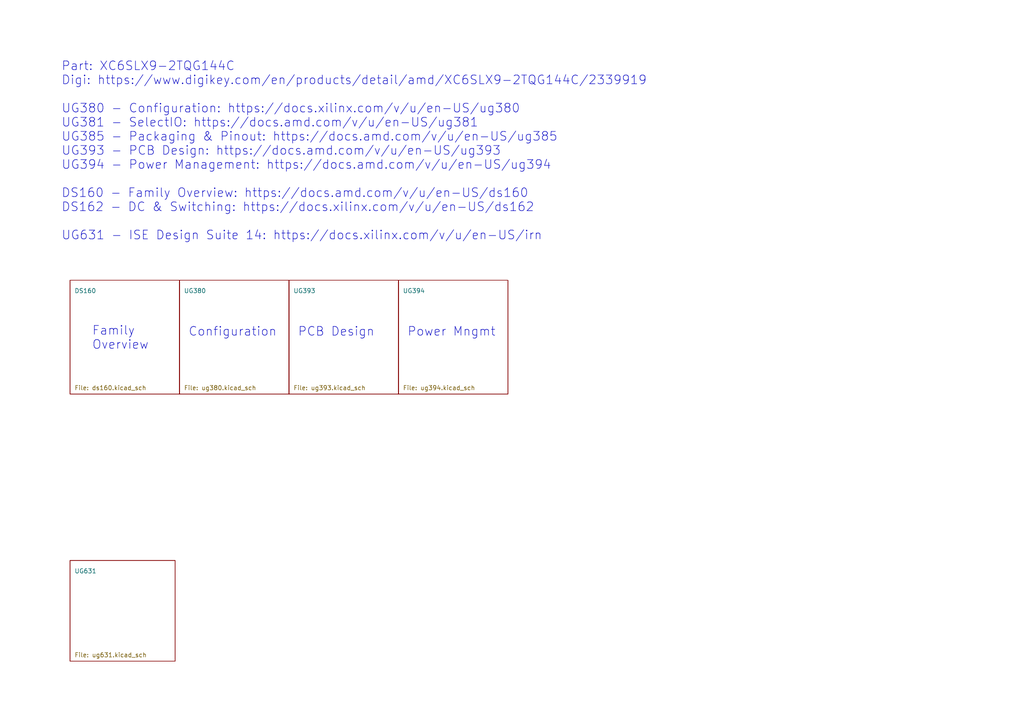
<source format=kicad_sch>
(kicad_sch (version 20230121) (generator eeschema)
  (paper "A4")
  (lib_symbols)
  (text "PCB Design" (at 86.36 97.79 0) (effects (font (size 2.54 2.54)) (justify left bottom)))
  (text "Configuration" (at 54.61 97.79 0) (effects (font (size 2.54 2.54)) (justify left bottom)))
  (text "Part: XC6SLX9-2TQG144C\nDigi: https://www.digikey.com/en/products/detail/amd/XC6SLX9-2TQG144C/2339919\n\nUG380 - Configuration: https://docs.xilinx.com/v/u/en-US/ug380\nUG381 - SelectIO: https://docs.amd.com/v/u/en-US/ug381\nUG385 - Packaging & Pinout: https://docs.amd.com/v/u/en-US/ug385\nUG393 - PCB Design: https://docs.amd.com/v/u/en-US/ug393\nUG394 - Power Management: https://docs.amd.com/v/u/en-US/ug394\n\nDS160 - Family Overview: https://docs.amd.com/v/u/en-US/ds160\nDS162 - DC & Switching: https://docs.xilinx.com/v/u/en-US/ds162\n\nUG631 - ISE Design Suite 14: https://docs.xilinx.com/v/u/en-US/irn\n" (at 17.78 69.85 0) (effects (font (size 2.54 2.54)) (justify left bottom)))
  (text "Family\nOverview" (at 26.67 101.6 0) (effects (font (size 2.54 2.54)) (justify left bottom)))
  (text "Power Mngmt" (at 118.11 97.79 0) (effects (font (size 2.54 2.54)) (justify left bottom)))
  (sheet (at 83.82 81.28) (size 31.75 33.02) (stroke (width 0.1524))
    (property "Sheetname" "UG393" (at 85.09 85.09 0) (effects (justify left bottom)))
    (property "Sheetfile" "ug393.kicad_sch" (at 85.09 111.76 0) (effects (justify left top)))
  )
  (sheet (at 52.07 81.28) (size 31.75 33.02) (stroke (width 0.1524))
    (property "Sheetname" "UG380" (at 53.34 85.09 0) (effects (justify left bottom)))
    (property "Sheetfile" "ug380.kicad_sch" (at 53.34 111.76 0) (effects (justify left top)))
  )
  (sheet (at 115.57 81.28) (size 31.75 33.02) (stroke (width 0.1524))
    (property "Sheetname" "UG394" (at 116.84 85.09 0) (effects (justify left bottom)))
    (property "Sheetfile" "ug394.kicad_sch" (at 116.84 111.76 0) (effects (justify left top)))
  )
  (sheet (at 20.32 162.56) (size 30.48 29.21) (stroke (width 0.1524))
    (property "Sheetname" "UG631" (at 21.59 166.37 0) (effects (justify left bottom)))
    (property "Sheetfile" "ug631.kicad_sch" (at 21.59 189.23 0) (effects (justify left top)))
  )
  (sheet (at 20.32 81.28) (size 31.75 33.02) (stroke (width 0.1524))
    (property "Sheetname" "DS160" (at 21.59 85.09 0) (effects (justify left bottom)))
    (property "Sheetfile" "ds160.kicad_sch" (at 21.59 111.76 0) (effects (justify left top)))
  )
)
</source>
